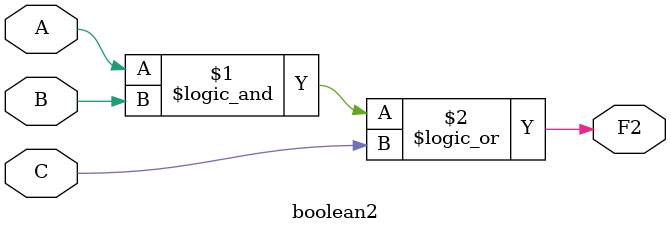
<source format=v>
module boolean1( output F1, input A, input B, input C );

    assign F1 = A && B && !C || A  && C || C;

endmodule

// f2 = ( a * b ) + c
module boolean2( output F2, input A, input B, input C );

    assign F2 =  ( A && B ) || C;

endmodule

</source>
